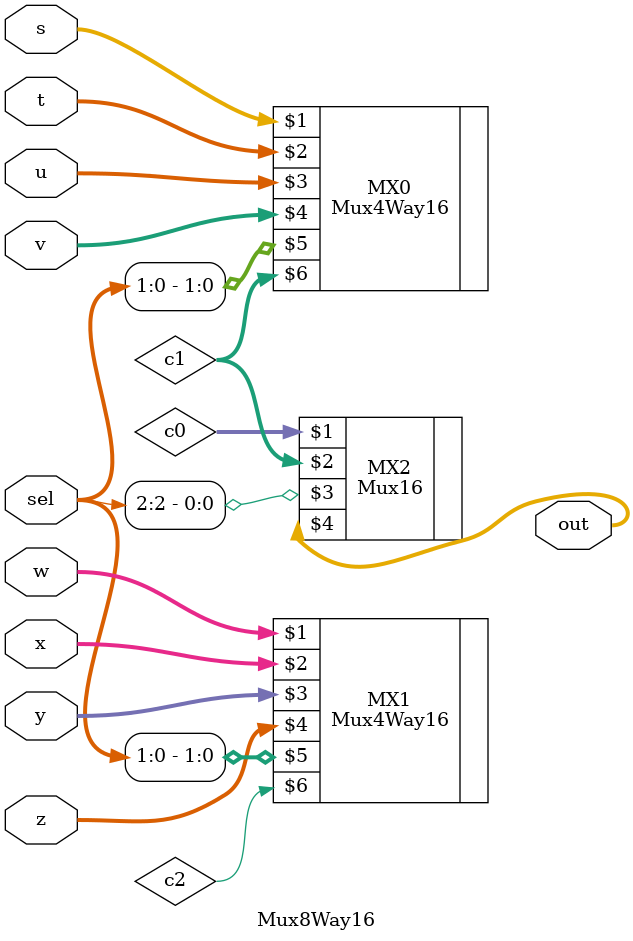
<source format=v>
`timescale 1ns / 1ps
module Mux8Way16(
    input [15:0] s,
    input [15:0] t,
    input [15:0] u,
    input [15:0] v,
    input [15:0] w,
    input [15:0] x,
    input [15:0] y,
    input [15:0] z,
    input [2:0] sel,
    output [15:0] out
    );
	 
	 wire [15:0] c0;
	 wire [15:0] c1;
	 
	 Mux4Way16 MX0 (s, t, u, v, sel[1:0], c1);
	 Mux4Way16 MX1 (w, x, y, z, sel[1:0], c2);
	 
	 Mux16 MX2 (c0, c1, sel[2], out);

endmodule

</source>
